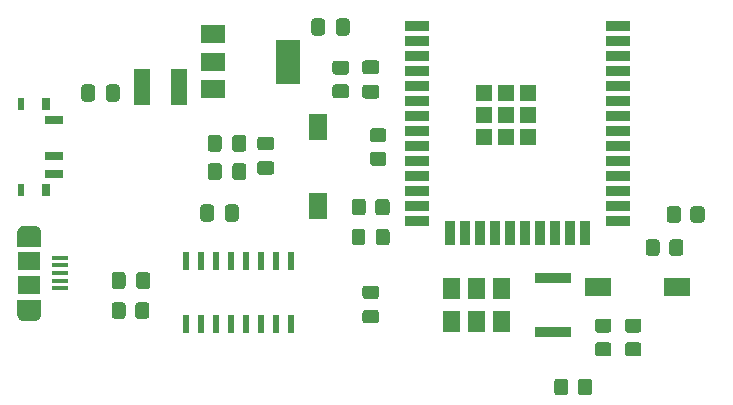
<source format=gbr>
%TF.GenerationSoftware,KiCad,Pcbnew,(5.1.9-0-10_14)*%
%TF.CreationDate,2021-04-08T22:14:15+02:00*%
%TF.ProjectId,mainboard,6d61696e-626f-4617-9264-2e6b69636164,rev?*%
%TF.SameCoordinates,Original*%
%TF.FileFunction,Paste,Top*%
%TF.FilePolarity,Positive*%
%FSLAX46Y46*%
G04 Gerber Fmt 4.6, Leading zero omitted, Abs format (unit mm)*
G04 Created by KiCad (PCBNEW (5.1.9-0-10_14)) date 2021-04-08 22:14:15*
%MOMM*%
%LPD*%
G01*
G04 APERTURE LIST*
%ADD10C,0.000100*%
%ADD11C,0.010000*%
%ADD12R,1.340000X3.020000*%
%ADD13R,1.330000X1.330000*%
%ADD14R,2.000000X0.900000*%
%ADD15R,0.900000X2.000000*%
%ADD16R,0.797560X0.998220*%
%ADD17R,0.599440X0.998220*%
%ADD18R,1.498600X0.698500*%
%ADD19R,1.350000X0.400000*%
%ADD20R,1.900000X1.500000*%
%ADD21R,3.020000X0.970000*%
%ADD22R,0.600000X1.600000*%
%ADD23R,2.300000X1.500000*%
%ADD24R,1.500000X2.300000*%
%ADD25R,2.000000X1.500000*%
%ADD26R,2.000000X3.800000*%
G04 APERTURE END LIST*
D10*
%TO.C,J1*%
G36*
X73594000Y-101783000D02*
G01*
X73594000Y-102983000D01*
X71694000Y-102983000D01*
X71694000Y-101783000D01*
X71694651Y-101758140D01*
X71696602Y-101733349D01*
X71699848Y-101708694D01*
X71704380Y-101684242D01*
X71710185Y-101660061D01*
X71717248Y-101636217D01*
X71725549Y-101612775D01*
X71735066Y-101589800D01*
X71745772Y-101567355D01*
X71757638Y-101545500D01*
X71770631Y-101524296D01*
X71784717Y-101503802D01*
X71799856Y-101484073D01*
X71816006Y-101465163D01*
X71833124Y-101447124D01*
X71851163Y-101430006D01*
X71870073Y-101413856D01*
X71889802Y-101398717D01*
X71910296Y-101384631D01*
X71931500Y-101371638D01*
X71953355Y-101359772D01*
X71975800Y-101349066D01*
X71998775Y-101339549D01*
X72022217Y-101331248D01*
X72046061Y-101324185D01*
X72070242Y-101318380D01*
X72094694Y-101313848D01*
X72119349Y-101310602D01*
X72144140Y-101308651D01*
X72169000Y-101308000D01*
X73119000Y-101308000D01*
X73143860Y-101308651D01*
X73168651Y-101310602D01*
X73193306Y-101313848D01*
X73217758Y-101318380D01*
X73241939Y-101324185D01*
X73265783Y-101331248D01*
X73289225Y-101339549D01*
X73312200Y-101349066D01*
X73334645Y-101359772D01*
X73356500Y-101371638D01*
X73377704Y-101384631D01*
X73398198Y-101398717D01*
X73417927Y-101413856D01*
X73436837Y-101430006D01*
X73454876Y-101447124D01*
X73471994Y-101465163D01*
X73488144Y-101484073D01*
X73503283Y-101503802D01*
X73517369Y-101524296D01*
X73530362Y-101545500D01*
X73542228Y-101567355D01*
X73552934Y-101589800D01*
X73562451Y-101612775D01*
X73570752Y-101636217D01*
X73577815Y-101660061D01*
X73583620Y-101684242D01*
X73588152Y-101708694D01*
X73591398Y-101733349D01*
X73593349Y-101758140D01*
X73594000Y-101783000D01*
G37*
X73594000Y-101783000D02*
X73594000Y-102983000D01*
X71694000Y-102983000D01*
X71694000Y-101783000D01*
X71694651Y-101758140D01*
X71696602Y-101733349D01*
X71699848Y-101708694D01*
X71704380Y-101684242D01*
X71710185Y-101660061D01*
X71717248Y-101636217D01*
X71725549Y-101612775D01*
X71735066Y-101589800D01*
X71745772Y-101567355D01*
X71757638Y-101545500D01*
X71770631Y-101524296D01*
X71784717Y-101503802D01*
X71799856Y-101484073D01*
X71816006Y-101465163D01*
X71833124Y-101447124D01*
X71851163Y-101430006D01*
X71870073Y-101413856D01*
X71889802Y-101398717D01*
X71910296Y-101384631D01*
X71931500Y-101371638D01*
X71953355Y-101359772D01*
X71975800Y-101349066D01*
X71998775Y-101339549D01*
X72022217Y-101331248D01*
X72046061Y-101324185D01*
X72070242Y-101318380D01*
X72094694Y-101313848D01*
X72119349Y-101310602D01*
X72144140Y-101308651D01*
X72169000Y-101308000D01*
X73119000Y-101308000D01*
X73143860Y-101308651D01*
X73168651Y-101310602D01*
X73193306Y-101313848D01*
X73217758Y-101318380D01*
X73241939Y-101324185D01*
X73265783Y-101331248D01*
X73289225Y-101339549D01*
X73312200Y-101349066D01*
X73334645Y-101359772D01*
X73356500Y-101371638D01*
X73377704Y-101384631D01*
X73398198Y-101398717D01*
X73417927Y-101413856D01*
X73436837Y-101430006D01*
X73454876Y-101447124D01*
X73471994Y-101465163D01*
X73488144Y-101484073D01*
X73503283Y-101503802D01*
X73517369Y-101524296D01*
X73530362Y-101545500D01*
X73542228Y-101567355D01*
X73552934Y-101589800D01*
X73562451Y-101612775D01*
X73570752Y-101636217D01*
X73577815Y-101660061D01*
X73583620Y-101684242D01*
X73588152Y-101708694D01*
X73591398Y-101733349D01*
X73593349Y-101758140D01*
X73594000Y-101783000D01*
G36*
X73594000Y-108783000D02*
G01*
X73594000Y-107583000D01*
X71694000Y-107583000D01*
X71694000Y-108783000D01*
X71694651Y-108807860D01*
X71696602Y-108832651D01*
X71699848Y-108857306D01*
X71704380Y-108881758D01*
X71710185Y-108905939D01*
X71717248Y-108929783D01*
X71725549Y-108953225D01*
X71735066Y-108976200D01*
X71745772Y-108998645D01*
X71757638Y-109020500D01*
X71770631Y-109041704D01*
X71784717Y-109062198D01*
X71799856Y-109081927D01*
X71816006Y-109100837D01*
X71833124Y-109118876D01*
X71851163Y-109135994D01*
X71870073Y-109152144D01*
X71889802Y-109167283D01*
X71910296Y-109181369D01*
X71931500Y-109194362D01*
X71953355Y-109206228D01*
X71975800Y-109216934D01*
X71998775Y-109226451D01*
X72022217Y-109234752D01*
X72046061Y-109241815D01*
X72070242Y-109247620D01*
X72094694Y-109252152D01*
X72119349Y-109255398D01*
X72144140Y-109257349D01*
X72169000Y-109258000D01*
X73119000Y-109258000D01*
X73143860Y-109257349D01*
X73168651Y-109255398D01*
X73193306Y-109252152D01*
X73217758Y-109247620D01*
X73241939Y-109241815D01*
X73265783Y-109234752D01*
X73289225Y-109226451D01*
X73312200Y-109216934D01*
X73334645Y-109206228D01*
X73356500Y-109194362D01*
X73377704Y-109181369D01*
X73398198Y-109167283D01*
X73417927Y-109152144D01*
X73436837Y-109135994D01*
X73454876Y-109118876D01*
X73471994Y-109100837D01*
X73488144Y-109081927D01*
X73503283Y-109062198D01*
X73517369Y-109041704D01*
X73530362Y-109020500D01*
X73542228Y-108998645D01*
X73552934Y-108976200D01*
X73562451Y-108953225D01*
X73570752Y-108929783D01*
X73577815Y-108905939D01*
X73583620Y-108881758D01*
X73588152Y-108857306D01*
X73591398Y-108832651D01*
X73593349Y-108807860D01*
X73594000Y-108783000D01*
G37*
X73594000Y-108783000D02*
X73594000Y-107583000D01*
X71694000Y-107583000D01*
X71694000Y-108783000D01*
X71694651Y-108807860D01*
X71696602Y-108832651D01*
X71699848Y-108857306D01*
X71704380Y-108881758D01*
X71710185Y-108905939D01*
X71717248Y-108929783D01*
X71725549Y-108953225D01*
X71735066Y-108976200D01*
X71745772Y-108998645D01*
X71757638Y-109020500D01*
X71770631Y-109041704D01*
X71784717Y-109062198D01*
X71799856Y-109081927D01*
X71816006Y-109100837D01*
X71833124Y-109118876D01*
X71851163Y-109135994D01*
X71870073Y-109152144D01*
X71889802Y-109167283D01*
X71910296Y-109181369D01*
X71931500Y-109194362D01*
X71953355Y-109206228D01*
X71975800Y-109216934D01*
X71998775Y-109226451D01*
X72022217Y-109234752D01*
X72046061Y-109241815D01*
X72070242Y-109247620D01*
X72094694Y-109252152D01*
X72119349Y-109255398D01*
X72144140Y-109257349D01*
X72169000Y-109258000D01*
X73119000Y-109258000D01*
X73143860Y-109257349D01*
X73168651Y-109255398D01*
X73193306Y-109252152D01*
X73217758Y-109247620D01*
X73241939Y-109241815D01*
X73265783Y-109234752D01*
X73289225Y-109226451D01*
X73312200Y-109216934D01*
X73334645Y-109206228D01*
X73356500Y-109194362D01*
X73377704Y-109181369D01*
X73398198Y-109167283D01*
X73417927Y-109152144D01*
X73436837Y-109135994D01*
X73454876Y-109118876D01*
X73471994Y-109100837D01*
X73488144Y-109081927D01*
X73503283Y-109062198D01*
X73517369Y-109041704D01*
X73530362Y-109020500D01*
X73542228Y-108998645D01*
X73552934Y-108976200D01*
X73562451Y-108953225D01*
X73570752Y-108929783D01*
X73577815Y-108905939D01*
X73583620Y-108881758D01*
X73588152Y-108857306D01*
X73591398Y-108832651D01*
X73593349Y-108807860D01*
X73594000Y-108783000D01*
D11*
%TO.C,Q1*%
G36*
X107700000Y-110220000D02*
G01*
X107700000Y-108500000D01*
X109060000Y-108500000D01*
X109060000Y-110220000D01*
X107700000Y-110220000D01*
G37*
X107700000Y-110220000D02*
X107700000Y-108500000D01*
X109060000Y-108500000D01*
X109060000Y-110220000D01*
X107700000Y-110220000D01*
G36*
X109810000Y-110220000D02*
G01*
X109810000Y-108500000D01*
X111170000Y-108500000D01*
X111170000Y-110220000D01*
X109810000Y-110220000D01*
G37*
X109810000Y-110220000D02*
X109810000Y-108500000D01*
X111170000Y-108500000D01*
X111170000Y-110220000D01*
X109810000Y-110220000D01*
G36*
X111920000Y-110220000D02*
G01*
X111920000Y-108500000D01*
X113280000Y-108500000D01*
X113280000Y-110220000D01*
X111920000Y-110220000D01*
G37*
X111920000Y-110220000D02*
X111920000Y-108500000D01*
X113280000Y-108500000D01*
X113280000Y-110220000D01*
X111920000Y-110220000D01*
G36*
X107700000Y-107400000D02*
G01*
X107700000Y-105680000D01*
X109060000Y-105680000D01*
X109060000Y-107400000D01*
X107700000Y-107400000D01*
G37*
X107700000Y-107400000D02*
X107700000Y-105680000D01*
X109060000Y-105680000D01*
X109060000Y-107400000D01*
X107700000Y-107400000D01*
G36*
X109810000Y-107400000D02*
G01*
X109810000Y-105680000D01*
X111170000Y-105680000D01*
X111170000Y-107400000D01*
X109810000Y-107400000D01*
G37*
X109810000Y-107400000D02*
X109810000Y-105680000D01*
X111170000Y-105680000D01*
X111170000Y-107400000D01*
X109810000Y-107400000D01*
G36*
X111920000Y-107400000D02*
G01*
X111920000Y-105680000D01*
X113280000Y-105680000D01*
X113280000Y-107400000D01*
X111920000Y-107400000D01*
G37*
X111920000Y-107400000D02*
X111920000Y-105680000D01*
X113280000Y-105680000D01*
X113280000Y-107400000D01*
X111920000Y-107400000D01*
%TD*%
%TO.C,D2*%
G36*
G01*
X102050001Y-107500000D02*
X101149999Y-107500000D01*
G75*
G02*
X100900000Y-107250001I0J249999D01*
G01*
X100900000Y-106599999D01*
G75*
G02*
X101149999Y-106350000I249999J0D01*
G01*
X102050001Y-106350000D01*
G75*
G02*
X102300000Y-106599999I0J-249999D01*
G01*
X102300000Y-107250001D01*
G75*
G02*
X102050001Y-107500000I-249999J0D01*
G01*
G37*
G36*
G01*
X102050001Y-109550000D02*
X101149999Y-109550000D01*
G75*
G02*
X100900000Y-109300001I0J249999D01*
G01*
X100900000Y-108649999D01*
G75*
G02*
X101149999Y-108400000I249999J0D01*
G01*
X102050001Y-108400000D01*
G75*
G02*
X102300000Y-108649999I0J-249999D01*
G01*
X102300000Y-109300001D01*
G75*
G02*
X102050001Y-109550000I-249999J0D01*
G01*
G37*
%TD*%
%TO.C,R9*%
G36*
G01*
X118345000Y-114484999D02*
X118345000Y-115385001D01*
G75*
G02*
X118095001Y-115635000I-249999J0D01*
G01*
X117394999Y-115635000D01*
G75*
G02*
X117145000Y-115385001I0J249999D01*
G01*
X117145000Y-114484999D01*
G75*
G02*
X117394999Y-114235000I249999J0D01*
G01*
X118095001Y-114235000D01*
G75*
G02*
X118345000Y-114484999I0J-249999D01*
G01*
G37*
G36*
G01*
X120345000Y-114484999D02*
X120345000Y-115385001D01*
G75*
G02*
X120095001Y-115635000I-249999J0D01*
G01*
X119394999Y-115635000D01*
G75*
G02*
X119145000Y-115385001I0J249999D01*
G01*
X119145000Y-114484999D01*
G75*
G02*
X119394999Y-114235000I249999J0D01*
G01*
X120095001Y-114235000D01*
G75*
G02*
X120345000Y-114484999I0J-249999D01*
G01*
G37*
%TD*%
D12*
%TO.C,C8*%
X82280000Y-89535000D03*
X85360000Y-89535000D03*
%TD*%
D13*
%TO.C,U1*%
X114881000Y-93737000D03*
X113046000Y-93737000D03*
X111211000Y-93737000D03*
X114881000Y-91902000D03*
X113046000Y-91902000D03*
X111211000Y-91902000D03*
X114881000Y-90067000D03*
X113046000Y-90067000D03*
X111211000Y-90067000D03*
D14*
X122546000Y-84402000D03*
X122546000Y-85672000D03*
X122546000Y-86942000D03*
X122546000Y-88212000D03*
X122546000Y-89482000D03*
X122546000Y-90752000D03*
X122546000Y-92022000D03*
X122546000Y-93292000D03*
X122546000Y-94562000D03*
X122546000Y-95832000D03*
X122546000Y-97102000D03*
X122546000Y-98372000D03*
X122546000Y-99642000D03*
X122546000Y-100912000D03*
D15*
X119761000Y-101912000D03*
X118491000Y-101912000D03*
X117221000Y-101912000D03*
X115951000Y-101912000D03*
X114681000Y-101912000D03*
X113411000Y-101912000D03*
X112141000Y-101912000D03*
X110871000Y-101912000D03*
X109601000Y-101912000D03*
X108331000Y-101912000D03*
D14*
X105546000Y-100912000D03*
X105546000Y-99642000D03*
X105546000Y-98372000D03*
X105546000Y-97102000D03*
X105546000Y-95832000D03*
X105546000Y-94562000D03*
X105546000Y-93292000D03*
X105546000Y-92022000D03*
X105546000Y-90752000D03*
X105546000Y-89482000D03*
X105546000Y-88212000D03*
X105546000Y-86942000D03*
X105546000Y-85672000D03*
X105546000Y-84402000D03*
%TD*%
D16*
%TO.C,S3*%
X74124820Y-90965020D03*
D17*
X72026780Y-90965020D03*
D16*
X74124820Y-98264980D03*
D17*
X72026780Y-98264980D03*
D18*
X74772520Y-92367100D03*
X74772520Y-95364300D03*
X74772520Y-96862900D03*
%TD*%
D19*
%TO.C,J1*%
X75319000Y-106583000D03*
X75319000Y-105933000D03*
X75319000Y-105283000D03*
X75319000Y-104633000D03*
X75319000Y-103983000D03*
D20*
X72644000Y-106283000D03*
X72644000Y-104283000D03*
%TD*%
%TO.C,D1*%
G36*
G01*
X101150000Y-101784999D02*
X101150000Y-102685001D01*
G75*
G02*
X100900001Y-102935000I-249999J0D01*
G01*
X100249999Y-102935000D01*
G75*
G02*
X100000000Y-102685001I0J249999D01*
G01*
X100000000Y-101784999D01*
G75*
G02*
X100249999Y-101535000I249999J0D01*
G01*
X100900001Y-101535000D01*
G75*
G02*
X101150000Y-101784999I0J-249999D01*
G01*
G37*
G36*
G01*
X103200000Y-101784999D02*
X103200000Y-102685001D01*
G75*
G02*
X102950001Y-102935000I-249999J0D01*
G01*
X102299999Y-102935000D01*
G75*
G02*
X102050000Y-102685001I0J249999D01*
G01*
X102050000Y-101784999D01*
G75*
G02*
X102299999Y-101535000I249999J0D01*
G01*
X102950001Y-101535000D01*
G75*
G02*
X103200000Y-101784999I0J-249999D01*
G01*
G37*
%TD*%
%TO.C,R8*%
G36*
G01*
X102000000Y-100145001D02*
X102000000Y-99244999D01*
G75*
G02*
X102249999Y-98995000I249999J0D01*
G01*
X102950001Y-98995000D01*
G75*
G02*
X103200000Y-99244999I0J-249999D01*
G01*
X103200000Y-100145001D01*
G75*
G02*
X102950001Y-100395000I-249999J0D01*
G01*
X102249999Y-100395000D01*
G75*
G02*
X102000000Y-100145001I0J249999D01*
G01*
G37*
G36*
G01*
X100000000Y-100145001D02*
X100000000Y-99244999D01*
G75*
G02*
X100249999Y-98995000I249999J0D01*
G01*
X100950001Y-98995000D01*
G75*
G02*
X101200000Y-99244999I0J-249999D01*
G01*
X101200000Y-100145001D01*
G75*
G02*
X100950001Y-100395000I-249999J0D01*
G01*
X100249999Y-100395000D01*
G75*
G02*
X100000000Y-100145001I0J249999D01*
G01*
G37*
%TD*%
%TO.C,C10*%
G36*
G01*
X79168500Y-90518000D02*
X79168500Y-89568000D01*
G75*
G02*
X79418500Y-89318000I250000J0D01*
G01*
X80093500Y-89318000D01*
G75*
G02*
X80343500Y-89568000I0J-250000D01*
G01*
X80343500Y-90518000D01*
G75*
G02*
X80093500Y-90768000I-250000J0D01*
G01*
X79418500Y-90768000D01*
G75*
G02*
X79168500Y-90518000I0J250000D01*
G01*
G37*
G36*
G01*
X77093500Y-90518000D02*
X77093500Y-89568000D01*
G75*
G02*
X77343500Y-89318000I250000J0D01*
G01*
X78018500Y-89318000D01*
G75*
G02*
X78268500Y-89568000I0J-250000D01*
G01*
X78268500Y-90518000D01*
G75*
G02*
X78018500Y-90768000I-250000J0D01*
G01*
X77343500Y-90768000D01*
G75*
G02*
X77093500Y-90518000I0J250000D01*
G01*
G37*
%TD*%
%TO.C,R7*%
G36*
G01*
X102685001Y-94215000D02*
X101784999Y-94215000D01*
G75*
G02*
X101535000Y-93965001I0J249999D01*
G01*
X101535000Y-93264999D01*
G75*
G02*
X101784999Y-93015000I249999J0D01*
G01*
X102685001Y-93015000D01*
G75*
G02*
X102935000Y-93264999I0J-249999D01*
G01*
X102935000Y-93965001D01*
G75*
G02*
X102685001Y-94215000I-249999J0D01*
G01*
G37*
G36*
G01*
X102685001Y-96215000D02*
X101784999Y-96215000D01*
G75*
G02*
X101535000Y-95965001I0J249999D01*
G01*
X101535000Y-95264999D01*
G75*
G02*
X101784999Y-95015000I249999J0D01*
G01*
X102685001Y-95015000D01*
G75*
G02*
X102935000Y-95264999I0J-249999D01*
G01*
X102935000Y-95965001D01*
G75*
G02*
X102685001Y-96215000I-249999J0D01*
G01*
G37*
%TD*%
%TO.C,R6*%
G36*
G01*
X127870000Y-99879999D02*
X127870000Y-100780001D01*
G75*
G02*
X127620001Y-101030000I-249999J0D01*
G01*
X126919999Y-101030000D01*
G75*
G02*
X126670000Y-100780001I0J249999D01*
G01*
X126670000Y-99879999D01*
G75*
G02*
X126919999Y-99630000I249999J0D01*
G01*
X127620001Y-99630000D01*
G75*
G02*
X127870000Y-99879999I0J-249999D01*
G01*
G37*
G36*
G01*
X129870000Y-99879999D02*
X129870000Y-100780001D01*
G75*
G02*
X129620001Y-101030000I-249999J0D01*
G01*
X128919999Y-101030000D01*
G75*
G02*
X128670000Y-100780001I0J249999D01*
G01*
X128670000Y-99879999D01*
G75*
G02*
X128919999Y-99630000I249999J0D01*
G01*
X129620001Y-99630000D01*
G75*
G02*
X129870000Y-99879999I0J-249999D01*
G01*
G37*
%TD*%
%TO.C,C2*%
G36*
G01*
X98642500Y-84930000D02*
X98642500Y-83980000D01*
G75*
G02*
X98892500Y-83730000I250000J0D01*
G01*
X99567500Y-83730000D01*
G75*
G02*
X99817500Y-83980000I0J-250000D01*
G01*
X99817500Y-84930000D01*
G75*
G02*
X99567500Y-85180000I-250000J0D01*
G01*
X98892500Y-85180000D01*
G75*
G02*
X98642500Y-84930000I0J250000D01*
G01*
G37*
G36*
G01*
X96567500Y-84930000D02*
X96567500Y-83980000D01*
G75*
G02*
X96817500Y-83730000I250000J0D01*
G01*
X97492500Y-83730000D01*
G75*
G02*
X97742500Y-83980000I0J-250000D01*
G01*
X97742500Y-84930000D01*
G75*
G02*
X97492500Y-85180000I-250000J0D01*
G01*
X96817500Y-85180000D01*
G75*
G02*
X96567500Y-84930000I0J250000D01*
G01*
G37*
%TD*%
%TO.C,R5*%
G36*
G01*
X121735001Y-110344000D02*
X120834999Y-110344000D01*
G75*
G02*
X120585000Y-110094001I0J249999D01*
G01*
X120585000Y-109393999D01*
G75*
G02*
X120834999Y-109144000I249999J0D01*
G01*
X121735001Y-109144000D01*
G75*
G02*
X121985000Y-109393999I0J-249999D01*
G01*
X121985000Y-110094001D01*
G75*
G02*
X121735001Y-110344000I-249999J0D01*
G01*
G37*
G36*
G01*
X121735001Y-112344000D02*
X120834999Y-112344000D01*
G75*
G02*
X120585000Y-112094001I0J249999D01*
G01*
X120585000Y-111393999D01*
G75*
G02*
X120834999Y-111144000I249999J0D01*
G01*
X121735001Y-111144000D01*
G75*
G02*
X121985000Y-111393999I0J-249999D01*
G01*
X121985000Y-112094001D01*
G75*
G02*
X121735001Y-112344000I-249999J0D01*
G01*
G37*
%TD*%
%TO.C,C1*%
G36*
G01*
X102075000Y-88450000D02*
X101125000Y-88450000D01*
G75*
G02*
X100875000Y-88200000I0J250000D01*
G01*
X100875000Y-87525000D01*
G75*
G02*
X101125000Y-87275000I250000J0D01*
G01*
X102075000Y-87275000D01*
G75*
G02*
X102325000Y-87525000I0J-250000D01*
G01*
X102325000Y-88200000D01*
G75*
G02*
X102075000Y-88450000I-250000J0D01*
G01*
G37*
G36*
G01*
X102075000Y-90525000D02*
X101125000Y-90525000D01*
G75*
G02*
X100875000Y-90275000I0J250000D01*
G01*
X100875000Y-89600000D01*
G75*
G02*
X101125000Y-89350000I250000J0D01*
G01*
X102075000Y-89350000D01*
G75*
G02*
X102325000Y-89600000I0J-250000D01*
G01*
X102325000Y-90275000D01*
G75*
G02*
X102075000Y-90525000I-250000J0D01*
G01*
G37*
%TD*%
D21*
%TO.C,Q1*%
X117020000Y-105664000D03*
X117020000Y-110236000D03*
%TD*%
%TO.C,R4*%
G36*
G01*
X126076000Y-102673999D02*
X126076000Y-103574001D01*
G75*
G02*
X125826001Y-103824000I-249999J0D01*
G01*
X125125999Y-103824000D01*
G75*
G02*
X124876000Y-103574001I0J249999D01*
G01*
X124876000Y-102673999D01*
G75*
G02*
X125125999Y-102424000I249999J0D01*
G01*
X125826001Y-102424000D01*
G75*
G02*
X126076000Y-102673999I0J-249999D01*
G01*
G37*
G36*
G01*
X128076000Y-102673999D02*
X128076000Y-103574001D01*
G75*
G02*
X127826001Y-103824000I-249999J0D01*
G01*
X127125999Y-103824000D01*
G75*
G02*
X126876000Y-103574001I0J249999D01*
G01*
X126876000Y-102673999D01*
G75*
G02*
X127125999Y-102424000I249999J0D01*
G01*
X127826001Y-102424000D01*
G75*
G02*
X128076000Y-102673999I0J-249999D01*
G01*
G37*
%TD*%
%TO.C,R2*%
G36*
G01*
X123374999Y-111144000D02*
X124275001Y-111144000D01*
G75*
G02*
X124525000Y-111393999I0J-249999D01*
G01*
X124525000Y-112094001D01*
G75*
G02*
X124275001Y-112344000I-249999J0D01*
G01*
X123374999Y-112344000D01*
G75*
G02*
X123125000Y-112094001I0J249999D01*
G01*
X123125000Y-111393999D01*
G75*
G02*
X123374999Y-111144000I249999J0D01*
G01*
G37*
G36*
G01*
X123374999Y-109144000D02*
X124275001Y-109144000D01*
G75*
G02*
X124525000Y-109393999I0J-249999D01*
G01*
X124525000Y-110094001D01*
G75*
G02*
X124275001Y-110344000I-249999J0D01*
G01*
X123374999Y-110344000D01*
G75*
G02*
X123125000Y-110094001I0J249999D01*
G01*
X123125000Y-109393999D01*
G75*
G02*
X123374999Y-109144000I249999J0D01*
G01*
G37*
%TD*%
D22*
%TO.C,U4*%
X94869000Y-109634000D03*
X93599000Y-109634000D03*
X92329000Y-109634000D03*
X91059000Y-109634000D03*
X89789000Y-109634000D03*
X88519000Y-109634000D03*
X87249000Y-109634000D03*
X85979000Y-109634000D03*
X85979000Y-104234000D03*
X87249000Y-104234000D03*
X88519000Y-104234000D03*
X89789000Y-104234000D03*
X91059000Y-104234000D03*
X92329000Y-104234000D03*
X93599000Y-104234000D03*
X94869000Y-104234000D03*
%TD*%
D23*
%TO.C,S2*%
X127556000Y-106426000D03*
X120856000Y-106426000D03*
%TD*%
D24*
%TO.C,S1*%
X97155000Y-99600760D03*
X97155000Y-92900760D03*
%TD*%
D25*
%TO.C,U3*%
X88290000Y-85076000D03*
X88290000Y-89676000D03*
X88290000Y-87376000D03*
D26*
X94590000Y-87376000D03*
%TD*%
%TO.C,R3*%
G36*
G01*
X80864000Y-108007999D02*
X80864000Y-108908001D01*
G75*
G02*
X80614001Y-109158000I-249999J0D01*
G01*
X79913999Y-109158000D01*
G75*
G02*
X79664000Y-108908001I0J249999D01*
G01*
X79664000Y-108007999D01*
G75*
G02*
X79913999Y-107758000I249999J0D01*
G01*
X80614001Y-107758000D01*
G75*
G02*
X80864000Y-108007999I0J-249999D01*
G01*
G37*
G36*
G01*
X82864000Y-108007999D02*
X82864000Y-108908001D01*
G75*
G02*
X82614001Y-109158000I-249999J0D01*
G01*
X81913999Y-109158000D01*
G75*
G02*
X81664000Y-108908001I0J249999D01*
G01*
X81664000Y-108007999D01*
G75*
G02*
X81913999Y-107758000I249999J0D01*
G01*
X82614001Y-107758000D01*
G75*
G02*
X82864000Y-108007999I0J-249999D01*
G01*
G37*
%TD*%
%TO.C,R1*%
G36*
G01*
X98609999Y-89300000D02*
X99510001Y-89300000D01*
G75*
G02*
X99760000Y-89549999I0J-249999D01*
G01*
X99760000Y-90250001D01*
G75*
G02*
X99510001Y-90500000I-249999J0D01*
G01*
X98609999Y-90500000D01*
G75*
G02*
X98360000Y-90250001I0J249999D01*
G01*
X98360000Y-89549999D01*
G75*
G02*
X98609999Y-89300000I249999J0D01*
G01*
G37*
G36*
G01*
X98609999Y-87300000D02*
X99510001Y-87300000D01*
G75*
G02*
X99760000Y-87549999I0J-249999D01*
G01*
X99760000Y-88250001D01*
G75*
G02*
X99510001Y-88500000I-249999J0D01*
G01*
X98609999Y-88500000D01*
G75*
G02*
X98360000Y-88250001I0J249999D01*
G01*
X98360000Y-87549999D01*
G75*
G02*
X98609999Y-87300000I249999J0D01*
G01*
G37*
%TD*%
%TO.C,C9*%
G36*
G01*
X92235000Y-95805500D02*
X93185000Y-95805500D01*
G75*
G02*
X93435000Y-96055500I0J-250000D01*
G01*
X93435000Y-96730500D01*
G75*
G02*
X93185000Y-96980500I-250000J0D01*
G01*
X92235000Y-96980500D01*
G75*
G02*
X91985000Y-96730500I0J250000D01*
G01*
X91985000Y-96055500D01*
G75*
G02*
X92235000Y-95805500I250000J0D01*
G01*
G37*
G36*
G01*
X92235000Y-93730500D02*
X93185000Y-93730500D01*
G75*
G02*
X93435000Y-93980500I0J-250000D01*
G01*
X93435000Y-94655500D01*
G75*
G02*
X93185000Y-94905500I-250000J0D01*
G01*
X92235000Y-94905500D01*
G75*
G02*
X91985000Y-94655500I0J250000D01*
G01*
X91985000Y-93980500D01*
G75*
G02*
X92235000Y-93730500I250000J0D01*
G01*
G37*
%TD*%
%TO.C,C7*%
G36*
G01*
X88980000Y-93830000D02*
X88980000Y-94780000D01*
G75*
G02*
X88730000Y-95030000I-250000J0D01*
G01*
X88055000Y-95030000D01*
G75*
G02*
X87805000Y-94780000I0J250000D01*
G01*
X87805000Y-93830000D01*
G75*
G02*
X88055000Y-93580000I250000J0D01*
G01*
X88730000Y-93580000D01*
G75*
G02*
X88980000Y-93830000I0J-250000D01*
G01*
G37*
G36*
G01*
X91055000Y-93830000D02*
X91055000Y-94780000D01*
G75*
G02*
X90805000Y-95030000I-250000J0D01*
G01*
X90130000Y-95030000D01*
G75*
G02*
X89880000Y-94780000I0J250000D01*
G01*
X89880000Y-93830000D01*
G75*
G02*
X90130000Y-93580000I250000J0D01*
G01*
X90805000Y-93580000D01*
G75*
G02*
X91055000Y-93830000I0J-250000D01*
G01*
G37*
%TD*%
%TO.C,C6*%
G36*
G01*
X88987300Y-96222800D02*
X88987300Y-97172800D01*
G75*
G02*
X88737300Y-97422800I-250000J0D01*
G01*
X88062300Y-97422800D01*
G75*
G02*
X87812300Y-97172800I0J250000D01*
G01*
X87812300Y-96222800D01*
G75*
G02*
X88062300Y-95972800I250000J0D01*
G01*
X88737300Y-95972800D01*
G75*
G02*
X88987300Y-96222800I0J-250000D01*
G01*
G37*
G36*
G01*
X91062300Y-96222800D02*
X91062300Y-97172800D01*
G75*
G02*
X90812300Y-97422800I-250000J0D01*
G01*
X90137300Y-97422800D01*
G75*
G02*
X89887300Y-97172800I0J250000D01*
G01*
X89887300Y-96222800D01*
G75*
G02*
X90137300Y-95972800I250000J0D01*
G01*
X90812300Y-95972800D01*
G75*
G02*
X91062300Y-96222800I0J-250000D01*
G01*
G37*
%TD*%
%TO.C,C5*%
G36*
G01*
X89244500Y-100678000D02*
X89244500Y-99728000D01*
G75*
G02*
X89494500Y-99478000I250000J0D01*
G01*
X90169500Y-99478000D01*
G75*
G02*
X90419500Y-99728000I0J-250000D01*
G01*
X90419500Y-100678000D01*
G75*
G02*
X90169500Y-100928000I-250000J0D01*
G01*
X89494500Y-100928000D01*
G75*
G02*
X89244500Y-100678000I0J250000D01*
G01*
G37*
G36*
G01*
X87169500Y-100678000D02*
X87169500Y-99728000D01*
G75*
G02*
X87419500Y-99478000I250000J0D01*
G01*
X88094500Y-99478000D01*
G75*
G02*
X88344500Y-99728000I0J-250000D01*
G01*
X88344500Y-100678000D01*
G75*
G02*
X88094500Y-100928000I-250000J0D01*
G01*
X87419500Y-100928000D01*
G75*
G02*
X87169500Y-100678000I0J250000D01*
G01*
G37*
%TD*%
%TO.C,C4*%
G36*
G01*
X81751500Y-106393000D02*
X81751500Y-105443000D01*
G75*
G02*
X82001500Y-105193000I250000J0D01*
G01*
X82676500Y-105193000D01*
G75*
G02*
X82926500Y-105443000I0J-250000D01*
G01*
X82926500Y-106393000D01*
G75*
G02*
X82676500Y-106643000I-250000J0D01*
G01*
X82001500Y-106643000D01*
G75*
G02*
X81751500Y-106393000I0J250000D01*
G01*
G37*
G36*
G01*
X79676500Y-106393000D02*
X79676500Y-105443000D01*
G75*
G02*
X79926500Y-105193000I250000J0D01*
G01*
X80601500Y-105193000D01*
G75*
G02*
X80851500Y-105443000I0J-250000D01*
G01*
X80851500Y-106393000D01*
G75*
G02*
X80601500Y-106643000I-250000J0D01*
G01*
X79926500Y-106643000D01*
G75*
G02*
X79676500Y-106393000I0J250000D01*
G01*
G37*
%TD*%
M02*

</source>
